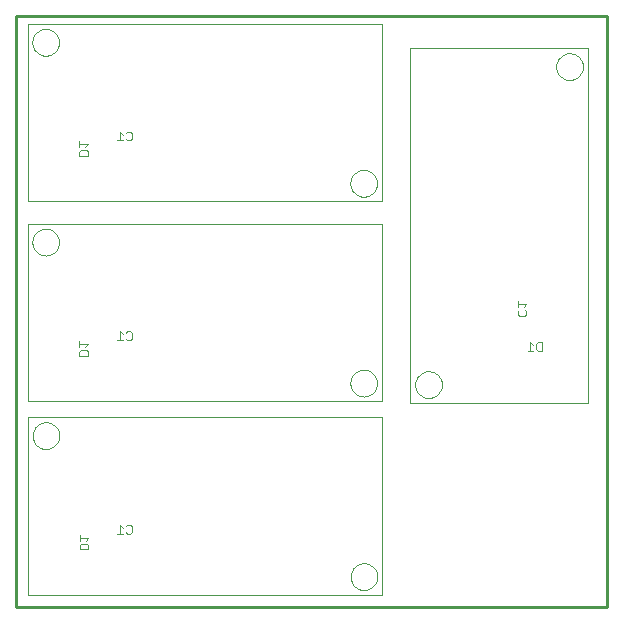
<source format=gbo>
G75*
G70*
%OFA0B0*%
%FSLAX24Y24*%
%IPPOS*%
%LPD*%
%AMOC8*
5,1,8,0,0,1.08239X$1,22.5*
%
%ADD10C,0.0010*%
%ADD11C,0.0000*%
%ADD12C,0.0100*%
%ADD13C,0.0030*%
D10*
X000760Y000550D02*
X000760Y006456D01*
X012571Y006456D01*
X012571Y000550D01*
X000760Y000550D01*
X000750Y007000D02*
X000750Y012906D01*
X012561Y012906D01*
X012561Y007000D01*
X000750Y007000D01*
X000750Y013660D02*
X000750Y019566D01*
X012561Y019566D01*
X012561Y013660D01*
X000750Y013660D01*
X013504Y018761D02*
X013504Y006950D01*
X019410Y006950D01*
X019410Y018761D01*
X013504Y018761D01*
D11*
X011505Y014260D02*
X011507Y014302D01*
X011513Y014343D01*
X011522Y014384D01*
X011536Y014423D01*
X011553Y014461D01*
X011574Y014497D01*
X011597Y014532D01*
X011624Y014563D01*
X011654Y014593D01*
X011687Y014619D01*
X011722Y014642D01*
X011758Y014662D01*
X011797Y014678D01*
X011837Y014690D01*
X011877Y014699D01*
X011919Y014704D01*
X011960Y014705D01*
X012002Y014702D01*
X012043Y014695D01*
X012084Y014684D01*
X012123Y014670D01*
X012160Y014652D01*
X012196Y014631D01*
X012230Y014606D01*
X012261Y014578D01*
X012289Y014548D01*
X012315Y014515D01*
X012337Y014479D01*
X012356Y014442D01*
X012371Y014403D01*
X012383Y014363D01*
X012391Y014322D01*
X012395Y014281D01*
X012395Y014239D01*
X012391Y014198D01*
X012383Y014157D01*
X012371Y014117D01*
X012356Y014078D01*
X012337Y014041D01*
X012315Y014005D01*
X012289Y013972D01*
X012261Y013942D01*
X012230Y013914D01*
X012196Y013889D01*
X012160Y013868D01*
X012123Y013850D01*
X012084Y013836D01*
X012043Y013825D01*
X012002Y013818D01*
X011960Y013815D01*
X011919Y013816D01*
X011877Y013821D01*
X011837Y013830D01*
X011797Y013842D01*
X011758Y013858D01*
X011722Y013878D01*
X011687Y013901D01*
X011654Y013927D01*
X011624Y013957D01*
X011597Y013988D01*
X011574Y014023D01*
X011553Y014059D01*
X011536Y014097D01*
X011522Y014136D01*
X011513Y014177D01*
X011507Y014218D01*
X011505Y014260D01*
X011505Y007600D02*
X011507Y007642D01*
X011513Y007683D01*
X011522Y007724D01*
X011536Y007763D01*
X011553Y007801D01*
X011574Y007837D01*
X011597Y007872D01*
X011624Y007903D01*
X011654Y007933D01*
X011687Y007959D01*
X011722Y007982D01*
X011758Y008002D01*
X011797Y008018D01*
X011837Y008030D01*
X011877Y008039D01*
X011919Y008044D01*
X011960Y008045D01*
X012002Y008042D01*
X012043Y008035D01*
X012084Y008024D01*
X012123Y008010D01*
X012160Y007992D01*
X012196Y007971D01*
X012230Y007946D01*
X012261Y007918D01*
X012289Y007888D01*
X012315Y007855D01*
X012337Y007819D01*
X012356Y007782D01*
X012371Y007743D01*
X012383Y007703D01*
X012391Y007662D01*
X012395Y007621D01*
X012395Y007579D01*
X012391Y007538D01*
X012383Y007497D01*
X012371Y007457D01*
X012356Y007418D01*
X012337Y007381D01*
X012315Y007345D01*
X012289Y007312D01*
X012261Y007282D01*
X012230Y007254D01*
X012196Y007229D01*
X012160Y007208D01*
X012123Y007190D01*
X012084Y007176D01*
X012043Y007165D01*
X012002Y007158D01*
X011960Y007155D01*
X011919Y007156D01*
X011877Y007161D01*
X011837Y007170D01*
X011797Y007182D01*
X011758Y007198D01*
X011722Y007218D01*
X011687Y007241D01*
X011654Y007267D01*
X011624Y007297D01*
X011597Y007328D01*
X011574Y007363D01*
X011553Y007399D01*
X011536Y007437D01*
X011522Y007476D01*
X011513Y007517D01*
X011507Y007558D01*
X011505Y007600D01*
X013665Y007550D02*
X013667Y007592D01*
X013673Y007633D01*
X013682Y007674D01*
X013696Y007713D01*
X013713Y007751D01*
X013734Y007787D01*
X013757Y007822D01*
X013784Y007853D01*
X013814Y007883D01*
X013847Y007909D01*
X013882Y007932D01*
X013918Y007952D01*
X013957Y007968D01*
X013997Y007980D01*
X014037Y007989D01*
X014079Y007994D01*
X014120Y007995D01*
X014162Y007992D01*
X014203Y007985D01*
X014244Y007974D01*
X014283Y007960D01*
X014320Y007942D01*
X014356Y007921D01*
X014390Y007896D01*
X014421Y007868D01*
X014449Y007838D01*
X014475Y007805D01*
X014497Y007769D01*
X014516Y007732D01*
X014531Y007693D01*
X014543Y007653D01*
X014551Y007612D01*
X014555Y007571D01*
X014555Y007529D01*
X014551Y007488D01*
X014543Y007447D01*
X014531Y007407D01*
X014516Y007368D01*
X014497Y007331D01*
X014475Y007295D01*
X014449Y007262D01*
X014421Y007232D01*
X014390Y007204D01*
X014356Y007179D01*
X014320Y007158D01*
X014283Y007140D01*
X014244Y007126D01*
X014203Y007115D01*
X014162Y007108D01*
X014120Y007105D01*
X014079Y007106D01*
X014037Y007111D01*
X013997Y007120D01*
X013957Y007132D01*
X013918Y007148D01*
X013882Y007168D01*
X013847Y007191D01*
X013814Y007217D01*
X013784Y007247D01*
X013757Y007278D01*
X013734Y007313D01*
X013713Y007349D01*
X013696Y007387D01*
X013682Y007426D01*
X013673Y007467D01*
X013667Y007508D01*
X013665Y007550D01*
X011515Y001150D02*
X011517Y001192D01*
X011523Y001233D01*
X011532Y001274D01*
X011546Y001313D01*
X011563Y001351D01*
X011584Y001387D01*
X011607Y001422D01*
X011634Y001453D01*
X011664Y001483D01*
X011697Y001509D01*
X011732Y001532D01*
X011768Y001552D01*
X011807Y001568D01*
X011847Y001580D01*
X011887Y001589D01*
X011929Y001594D01*
X011970Y001595D01*
X012012Y001592D01*
X012053Y001585D01*
X012094Y001574D01*
X012133Y001560D01*
X012170Y001542D01*
X012206Y001521D01*
X012240Y001496D01*
X012271Y001468D01*
X012299Y001438D01*
X012325Y001405D01*
X012347Y001369D01*
X012366Y001332D01*
X012381Y001293D01*
X012393Y001253D01*
X012401Y001212D01*
X012405Y001171D01*
X012405Y001129D01*
X012401Y001088D01*
X012393Y001047D01*
X012381Y001007D01*
X012366Y000968D01*
X012347Y000931D01*
X012325Y000895D01*
X012299Y000862D01*
X012271Y000832D01*
X012240Y000804D01*
X012206Y000779D01*
X012170Y000758D01*
X012133Y000740D01*
X012094Y000726D01*
X012053Y000715D01*
X012012Y000708D01*
X011970Y000705D01*
X011929Y000706D01*
X011887Y000711D01*
X011847Y000720D01*
X011807Y000732D01*
X011768Y000748D01*
X011732Y000768D01*
X011697Y000791D01*
X011664Y000817D01*
X011634Y000847D01*
X011607Y000878D01*
X011584Y000913D01*
X011563Y000949D01*
X011546Y000987D01*
X011532Y001026D01*
X011523Y001067D01*
X011517Y001108D01*
X011515Y001150D01*
X000915Y005850D02*
X000917Y005892D01*
X000923Y005933D01*
X000932Y005974D01*
X000946Y006013D01*
X000963Y006051D01*
X000984Y006087D01*
X001007Y006122D01*
X001034Y006153D01*
X001064Y006183D01*
X001097Y006209D01*
X001132Y006232D01*
X001168Y006252D01*
X001207Y006268D01*
X001247Y006280D01*
X001287Y006289D01*
X001329Y006294D01*
X001370Y006295D01*
X001412Y006292D01*
X001453Y006285D01*
X001494Y006274D01*
X001533Y006260D01*
X001570Y006242D01*
X001606Y006221D01*
X001640Y006196D01*
X001671Y006168D01*
X001699Y006138D01*
X001725Y006105D01*
X001747Y006069D01*
X001766Y006032D01*
X001781Y005993D01*
X001793Y005953D01*
X001801Y005912D01*
X001805Y005871D01*
X001805Y005829D01*
X001801Y005788D01*
X001793Y005747D01*
X001781Y005707D01*
X001766Y005668D01*
X001747Y005631D01*
X001725Y005595D01*
X001699Y005562D01*
X001671Y005532D01*
X001640Y005504D01*
X001606Y005479D01*
X001570Y005458D01*
X001533Y005440D01*
X001494Y005426D01*
X001453Y005415D01*
X001412Y005408D01*
X001370Y005405D01*
X001329Y005406D01*
X001287Y005411D01*
X001247Y005420D01*
X001207Y005432D01*
X001168Y005448D01*
X001132Y005468D01*
X001097Y005491D01*
X001064Y005517D01*
X001034Y005547D01*
X001007Y005578D01*
X000984Y005613D01*
X000963Y005649D01*
X000946Y005687D01*
X000932Y005726D01*
X000923Y005767D01*
X000917Y005808D01*
X000915Y005850D01*
X000905Y012300D02*
X000907Y012342D01*
X000913Y012383D01*
X000922Y012424D01*
X000936Y012463D01*
X000953Y012501D01*
X000974Y012537D01*
X000997Y012572D01*
X001024Y012603D01*
X001054Y012633D01*
X001087Y012659D01*
X001122Y012682D01*
X001158Y012702D01*
X001197Y012718D01*
X001237Y012730D01*
X001277Y012739D01*
X001319Y012744D01*
X001360Y012745D01*
X001402Y012742D01*
X001443Y012735D01*
X001484Y012724D01*
X001523Y012710D01*
X001560Y012692D01*
X001596Y012671D01*
X001630Y012646D01*
X001661Y012618D01*
X001689Y012588D01*
X001715Y012555D01*
X001737Y012519D01*
X001756Y012482D01*
X001771Y012443D01*
X001783Y012403D01*
X001791Y012362D01*
X001795Y012321D01*
X001795Y012279D01*
X001791Y012238D01*
X001783Y012197D01*
X001771Y012157D01*
X001756Y012118D01*
X001737Y012081D01*
X001715Y012045D01*
X001689Y012012D01*
X001661Y011982D01*
X001630Y011954D01*
X001596Y011929D01*
X001560Y011908D01*
X001523Y011890D01*
X001484Y011876D01*
X001443Y011865D01*
X001402Y011858D01*
X001360Y011855D01*
X001319Y011856D01*
X001277Y011861D01*
X001237Y011870D01*
X001197Y011882D01*
X001158Y011898D01*
X001122Y011918D01*
X001087Y011941D01*
X001054Y011967D01*
X001024Y011997D01*
X000997Y012028D01*
X000974Y012063D01*
X000953Y012099D01*
X000936Y012137D01*
X000922Y012176D01*
X000913Y012217D01*
X000907Y012258D01*
X000905Y012300D01*
X000905Y018960D02*
X000907Y019002D01*
X000913Y019043D01*
X000922Y019084D01*
X000936Y019123D01*
X000953Y019161D01*
X000974Y019197D01*
X000997Y019232D01*
X001024Y019263D01*
X001054Y019293D01*
X001087Y019319D01*
X001122Y019342D01*
X001158Y019362D01*
X001197Y019378D01*
X001237Y019390D01*
X001277Y019399D01*
X001319Y019404D01*
X001360Y019405D01*
X001402Y019402D01*
X001443Y019395D01*
X001484Y019384D01*
X001523Y019370D01*
X001560Y019352D01*
X001596Y019331D01*
X001630Y019306D01*
X001661Y019278D01*
X001689Y019248D01*
X001715Y019215D01*
X001737Y019179D01*
X001756Y019142D01*
X001771Y019103D01*
X001783Y019063D01*
X001791Y019022D01*
X001795Y018981D01*
X001795Y018939D01*
X001791Y018898D01*
X001783Y018857D01*
X001771Y018817D01*
X001756Y018778D01*
X001737Y018741D01*
X001715Y018705D01*
X001689Y018672D01*
X001661Y018642D01*
X001630Y018614D01*
X001596Y018589D01*
X001560Y018568D01*
X001523Y018550D01*
X001484Y018536D01*
X001443Y018525D01*
X001402Y018518D01*
X001360Y018515D01*
X001319Y018516D01*
X001277Y018521D01*
X001237Y018530D01*
X001197Y018542D01*
X001158Y018558D01*
X001122Y018578D01*
X001087Y018601D01*
X001054Y018627D01*
X001024Y018657D01*
X000997Y018688D01*
X000974Y018723D01*
X000953Y018759D01*
X000936Y018797D01*
X000922Y018836D01*
X000913Y018877D01*
X000907Y018918D01*
X000905Y018960D01*
X018365Y018150D02*
X018367Y018192D01*
X018373Y018233D01*
X018382Y018274D01*
X018396Y018313D01*
X018413Y018351D01*
X018434Y018387D01*
X018457Y018422D01*
X018484Y018453D01*
X018514Y018483D01*
X018547Y018509D01*
X018582Y018532D01*
X018618Y018552D01*
X018657Y018568D01*
X018697Y018580D01*
X018737Y018589D01*
X018779Y018594D01*
X018820Y018595D01*
X018862Y018592D01*
X018903Y018585D01*
X018944Y018574D01*
X018983Y018560D01*
X019020Y018542D01*
X019056Y018521D01*
X019090Y018496D01*
X019121Y018468D01*
X019149Y018438D01*
X019175Y018405D01*
X019197Y018369D01*
X019216Y018332D01*
X019231Y018293D01*
X019243Y018253D01*
X019251Y018212D01*
X019255Y018171D01*
X019255Y018129D01*
X019251Y018088D01*
X019243Y018047D01*
X019231Y018007D01*
X019216Y017968D01*
X019197Y017931D01*
X019175Y017895D01*
X019149Y017862D01*
X019121Y017832D01*
X019090Y017804D01*
X019056Y017779D01*
X019020Y017758D01*
X018983Y017740D01*
X018944Y017726D01*
X018903Y017715D01*
X018862Y017708D01*
X018820Y017705D01*
X018779Y017706D01*
X018737Y017711D01*
X018697Y017720D01*
X018657Y017732D01*
X018618Y017748D01*
X018582Y017768D01*
X018547Y017791D01*
X018514Y017817D01*
X018484Y017847D01*
X018457Y017878D01*
X018434Y017913D01*
X018413Y017949D01*
X018396Y017987D01*
X018382Y018026D01*
X018373Y018067D01*
X018367Y018108D01*
X018365Y018150D01*
D12*
X000370Y019835D02*
X000370Y000150D01*
X020055Y000150D01*
X020055Y019835D01*
X000370Y019835D01*
D13*
X003819Y015985D02*
X003819Y015695D01*
X003916Y015695D02*
X003722Y015695D01*
X003916Y015888D02*
X003819Y015985D01*
X004017Y015937D02*
X004065Y015985D01*
X004162Y015985D01*
X004211Y015937D01*
X004211Y015743D01*
X004162Y015695D01*
X004065Y015695D01*
X004017Y015743D01*
X002765Y015562D02*
X002475Y015562D01*
X002475Y015658D02*
X002475Y015465D01*
X002523Y015364D02*
X002717Y015364D01*
X002765Y015315D01*
X002765Y015170D01*
X002475Y015170D01*
X002475Y015315D01*
X002523Y015364D01*
X002668Y015465D02*
X002765Y015562D01*
X003819Y009325D02*
X003819Y009035D01*
X003916Y009035D02*
X003722Y009035D01*
X003916Y009228D02*
X003819Y009325D01*
X004017Y009277D02*
X004065Y009325D01*
X004162Y009325D01*
X004211Y009277D01*
X004211Y009083D01*
X004162Y009035D01*
X004065Y009035D01*
X004017Y009083D01*
X002765Y008902D02*
X002475Y008902D01*
X002475Y008998D02*
X002475Y008805D01*
X002523Y008704D02*
X002717Y008704D01*
X002765Y008655D01*
X002765Y008510D01*
X002475Y008510D01*
X002475Y008655D01*
X002523Y008704D01*
X002668Y008805D02*
X002765Y008902D01*
X003829Y002875D02*
X003829Y002585D01*
X003926Y002585D02*
X003732Y002585D01*
X003926Y002778D02*
X003829Y002875D01*
X004027Y002827D02*
X004075Y002875D01*
X004172Y002875D01*
X004221Y002827D01*
X004221Y002633D01*
X004172Y002585D01*
X004075Y002585D01*
X004027Y002633D01*
X002775Y002452D02*
X002678Y002355D01*
X002727Y002254D02*
X002775Y002205D01*
X002775Y002060D01*
X002485Y002060D01*
X002485Y002205D01*
X002533Y002254D01*
X002727Y002254D01*
X002775Y002452D02*
X002485Y002452D01*
X002485Y002548D02*
X002485Y002355D01*
X017085Y009900D02*
X017085Y009996D01*
X017133Y010045D01*
X017085Y010146D02*
X017085Y010339D01*
X017085Y010243D02*
X017375Y010243D01*
X017278Y010146D01*
X017327Y010045D02*
X017375Y009996D01*
X017375Y009900D01*
X017327Y009851D01*
X017133Y009851D01*
X017085Y009900D01*
X017508Y008965D02*
X017508Y008675D01*
X017412Y008675D02*
X017605Y008675D01*
X017706Y008723D02*
X017706Y008917D01*
X017755Y008965D01*
X017900Y008965D01*
X017900Y008675D01*
X017755Y008675D01*
X017706Y008723D01*
X017605Y008868D02*
X017508Y008965D01*
M02*

</source>
